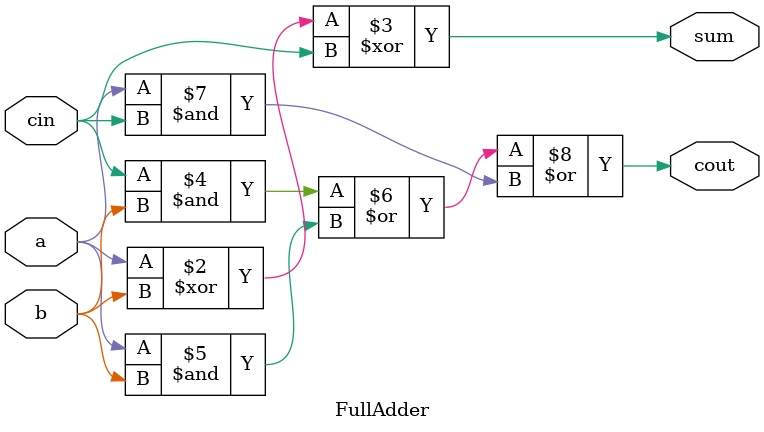
<source format=v>

`timescale 1us/1us

module FullAdder (
    sum, cout, a, b, cin
);
    
// I/O
input a, b, cin;
output cout, sum;
reg cout, sum; // used in always procedural block ... must be reg as well

always @ (a or b or cin) begin
    sum = a ^ b ^ cin;
    cout = (cin & b) | (a & b) | (a & cin);
end

endmodule
</source>
